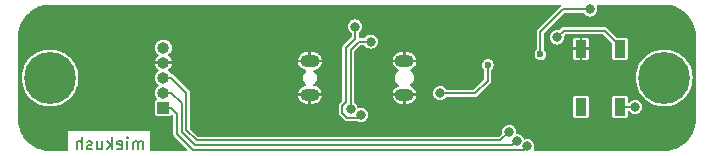
<source format=gbr>
%TF.GenerationSoftware,KiCad,Pcbnew,(7.0.0)*%
%TF.CreationDate,2023-05-29T13:22:43-05:00*%
%TF.ProjectId,rp2040-radar-presense-sensor,72703230-3430-42d7-9261-6461722d7072,rev?*%
%TF.SameCoordinates,Original*%
%TF.FileFunction,Copper,L2,Bot*%
%TF.FilePolarity,Positive*%
%FSLAX46Y46*%
G04 Gerber Fmt 4.6, Leading zero omitted, Abs format (unit mm)*
G04 Created by KiCad (PCBNEW (7.0.0)) date 2023-05-29 13:22:43*
%MOMM*%
%LPD*%
G01*
G04 APERTURE LIST*
%ADD10C,0.150000*%
%TA.AperFunction,NonConductor*%
%ADD11C,0.150000*%
%TD*%
%TA.AperFunction,ComponentPad*%
%ADD12C,4.400000*%
%TD*%
%TA.AperFunction,ComponentPad*%
%ADD13C,0.600000*%
%TD*%
%TA.AperFunction,ComponentPad*%
%ADD14O,1.600000X1.100000*%
%TD*%
%TA.AperFunction,SMDPad,CuDef*%
%ADD15R,0.900000X1.500000*%
%TD*%
%TA.AperFunction,ComponentPad*%
%ADD16R,1.000000X1.000000*%
%TD*%
%TA.AperFunction,ComponentPad*%
%ADD17O,1.000000X1.000000*%
%TD*%
%TA.AperFunction,ViaPad*%
%ADD18C,0.800000*%
%TD*%
%TA.AperFunction,ViaPad*%
%ADD19C,0.600000*%
%TD*%
%TA.AperFunction,Conductor*%
%ADD20C,0.200000*%
%TD*%
G04 APERTURE END LIST*
D10*
D11*
X81880104Y-106030580D02*
X81880104Y-105363914D01*
X81880104Y-105459152D02*
X81832485Y-105411533D01*
X81832485Y-105411533D02*
X81737247Y-105363914D01*
X81737247Y-105363914D02*
X81594390Y-105363914D01*
X81594390Y-105363914D02*
X81499152Y-105411533D01*
X81499152Y-105411533D02*
X81451533Y-105506771D01*
X81451533Y-105506771D02*
X81451533Y-106030580D01*
X81451533Y-105506771D02*
X81403914Y-105411533D01*
X81403914Y-105411533D02*
X81308676Y-105363914D01*
X81308676Y-105363914D02*
X81165819Y-105363914D01*
X81165819Y-105363914D02*
X81070580Y-105411533D01*
X81070580Y-105411533D02*
X81022961Y-105506771D01*
X81022961Y-105506771D02*
X81022961Y-106030580D01*
X80546771Y-106030580D02*
X80546771Y-105363914D01*
X80546771Y-105030580D02*
X80594390Y-105078200D01*
X80594390Y-105078200D02*
X80546771Y-105125819D01*
X80546771Y-105125819D02*
X80499152Y-105078200D01*
X80499152Y-105078200D02*
X80546771Y-105030580D01*
X80546771Y-105030580D02*
X80546771Y-105125819D01*
X79689629Y-105982961D02*
X79784867Y-106030580D01*
X79784867Y-106030580D02*
X79975343Y-106030580D01*
X79975343Y-106030580D02*
X80070581Y-105982961D01*
X80070581Y-105982961D02*
X80118200Y-105887723D01*
X80118200Y-105887723D02*
X80118200Y-105506771D01*
X80118200Y-105506771D02*
X80070581Y-105411533D01*
X80070581Y-105411533D02*
X79975343Y-105363914D01*
X79975343Y-105363914D02*
X79784867Y-105363914D01*
X79784867Y-105363914D02*
X79689629Y-105411533D01*
X79689629Y-105411533D02*
X79642010Y-105506771D01*
X79642010Y-105506771D02*
X79642010Y-105602009D01*
X79642010Y-105602009D02*
X80118200Y-105697247D01*
X79213438Y-106030580D02*
X79213438Y-105030580D01*
X79118200Y-105649628D02*
X78832486Y-106030580D01*
X78832486Y-105363914D02*
X79213438Y-105744866D01*
X77975343Y-105363914D02*
X77975343Y-106030580D01*
X78403914Y-105363914D02*
X78403914Y-105887723D01*
X78403914Y-105887723D02*
X78356295Y-105982961D01*
X78356295Y-105982961D02*
X78261057Y-106030580D01*
X78261057Y-106030580D02*
X78118200Y-106030580D01*
X78118200Y-106030580D02*
X78022962Y-105982961D01*
X78022962Y-105982961D02*
X77975343Y-105935342D01*
X77546771Y-105982961D02*
X77451533Y-106030580D01*
X77451533Y-106030580D02*
X77261057Y-106030580D01*
X77261057Y-106030580D02*
X77165819Y-105982961D01*
X77165819Y-105982961D02*
X77118200Y-105887723D01*
X77118200Y-105887723D02*
X77118200Y-105840104D01*
X77118200Y-105840104D02*
X77165819Y-105744866D01*
X77165819Y-105744866D02*
X77261057Y-105697247D01*
X77261057Y-105697247D02*
X77403914Y-105697247D01*
X77403914Y-105697247D02*
X77499152Y-105649628D01*
X77499152Y-105649628D02*
X77546771Y-105554390D01*
X77546771Y-105554390D02*
X77546771Y-105506771D01*
X77546771Y-105506771D02*
X77499152Y-105411533D01*
X77499152Y-105411533D02*
X77403914Y-105363914D01*
X77403914Y-105363914D02*
X77261057Y-105363914D01*
X77261057Y-105363914D02*
X77165819Y-105411533D01*
X76689628Y-106030580D02*
X76689628Y-105030580D01*
X76261057Y-106030580D02*
X76261057Y-105506771D01*
X76261057Y-105506771D02*
X76308676Y-105411533D01*
X76308676Y-105411533D02*
X76403914Y-105363914D01*
X76403914Y-105363914D02*
X76546771Y-105363914D01*
X76546771Y-105363914D02*
X76642009Y-105411533D01*
X76642009Y-105411533D02*
X76689628Y-105459152D01*
D12*
%TO.P,H1,1,1*%
%TO.N,unconnected-(H1-Pad1)*%
X74000000Y-100000000D03*
%TD*%
%TO.P,H2,1,1*%
%TO.N,unconnected-(H2-Pad1)*%
X126000000Y-100000000D03*
%TD*%
D13*
%TO.P,U3,57,GND*%
%TO.N,GND*%
X112225000Y-101275000D03*
X113500000Y-101275000D03*
X114775000Y-101275000D03*
X112225000Y-100000000D03*
X113500000Y-100000000D03*
X114775000Y-100000000D03*
X112225000Y-98725000D03*
X113500000Y-98725000D03*
X114775000Y-98725000D03*
%TD*%
D14*
%TO.P,J2,S1,SHIELD*%
%TO.N,GND*%
X95999999Y-98569999D03*
%TO.P,J2,S2,SHIELD*%
X103999999Y-98569999D03*
%TO.P,J2,S3,SHIELD*%
X95999999Y-101429999D03*
%TO.P,J2,S4,SHIELD*%
X103999999Y-101429999D03*
%TD*%
D15*
%TO.P,D2,1,VDD*%
%TO.N,+3V3*%
X122249999Y-102449999D03*
%TO.P,D2,2,DOUT*%
%TO.N,unconnected-(D2-DOUT-Pad2)*%
X118949999Y-102449999D03*
%TO.P,D2,3,VSS*%
%TO.N,GND*%
X118949999Y-97549999D03*
%TO.P,D2,4,DIN*%
%TO.N,RGB_DIN*%
X122249999Y-97549999D03*
%TD*%
D16*
%TO.P,J1,1,Pin_1*%
%TO.N,PRS_OUT*%
X83599999Y-102539999D03*
D17*
%TO.P,J1,2,Pin_2*%
%TO.N,UART_RX*%
X83599999Y-101269999D03*
%TO.P,J1,3,Pin_3*%
%TO.N,UART_TX*%
X83599999Y-99999999D03*
%TO.P,J1,4,Pin_4*%
%TO.N,GND*%
X83599999Y-98729999D03*
%TO.P,J1,5,Pin_5*%
%TO.N,VBUS*%
X83599999Y-97459999D03*
%TD*%
D18*
%TO.N,RGB_DIN*%
X116941600Y-96570800D03*
%TO.N,GND*%
X110192300Y-103733600D03*
X79200000Y-102006400D03*
X105105200Y-95097600D03*
X102750000Y-100000000D03*
X79200000Y-96012000D03*
X92557600Y-98298000D03*
X87477600Y-103911400D03*
X112725200Y-95097600D03*
X87284600Y-96418400D03*
X105054400Y-103073200D03*
X118008400Y-95097600D03*
X122377200Y-104902000D03*
X97250000Y-100000000D03*
X122377200Y-95097600D03*
X105105200Y-99415600D03*
X122377200Y-96200498D03*
X95046800Y-95022100D03*
X117043200Y-103530400D03*
X117805200Y-104902000D03*
X105105200Y-96618835D03*
X79200000Y-103987600D03*
X79200000Y-97993200D03*
X105112510Y-100434692D03*
X118845922Y-100278522D03*
X89483400Y-96433600D03*
%TO.N,+3V3*%
X123545600Y-102450000D03*
D19*
%TO.N,+1V1*%
X111048800Y-98907600D03*
D18*
X107031750Y-101299050D03*
X119735600Y-94199500D03*
D19*
X115519200Y-97999500D03*
D18*
%TO.N,PRS_OUT*%
X114399875Y-105790440D03*
%TO.N,UART_RX*%
X113507128Y-105331117D03*
%TO.N,UART_TX*%
X112869786Y-104561182D03*
%TO.N,USB_D+*%
X99822000Y-95656400D03*
X100330000Y-103124000D03*
%TO.N,USB_D-*%
X101142800Y-96926400D03*
X99445916Y-102657741D03*
%TD*%
D20*
%TO.N,RGB_DIN*%
X117500400Y-96012000D02*
X116941600Y-96570800D01*
X122250000Y-97307200D02*
X120954800Y-96012000D01*
X120954800Y-96012000D02*
X117500400Y-96012000D01*
X122250000Y-97550000D02*
X122250000Y-97307200D01*
%TO.N,+3V3*%
X122250000Y-102450000D02*
X123545600Y-102450000D01*
%TO.N,+1V1*%
X115519200Y-96113600D02*
X115519200Y-97999500D01*
X107031750Y-101299050D02*
X109978150Y-101299050D01*
X109978150Y-101299050D02*
X111048800Y-100228400D01*
X117433300Y-94199500D02*
X115519200Y-96113600D01*
X119735600Y-94199500D02*
X117433300Y-94199500D01*
X111048800Y-100228400D02*
X111048800Y-98907600D01*
%TO.N,PRS_OUT*%
X84740800Y-103028800D02*
X84740800Y-104756000D01*
X84252000Y-102540000D02*
X84740800Y-103028800D01*
X86084800Y-106100000D02*
X114090315Y-106100000D01*
X114090315Y-106100000D02*
X114399875Y-105790440D01*
X83600000Y-102540000D02*
X84252000Y-102540000D01*
X84740800Y-104756000D02*
X86084800Y-106100000D01*
%TO.N,UART_RX*%
X85140800Y-102158800D02*
X85140800Y-104590314D01*
X86250486Y-105700000D02*
X113138245Y-105700000D01*
X83600000Y-101270000D02*
X84252000Y-101270000D01*
X84252000Y-101270000D02*
X85140800Y-102158800D01*
X113138245Y-105700000D02*
X113507128Y-105331117D01*
X85140800Y-104590314D02*
X86250486Y-105700000D01*
%TO.N,UART_TX*%
X85540800Y-104424628D02*
X86416172Y-105300000D01*
X84277400Y-100000000D02*
X85540800Y-101263400D01*
X85540800Y-101263400D02*
X85540800Y-104424628D01*
X83600000Y-100000000D02*
X84277400Y-100000000D01*
X112130968Y-105300000D02*
X112869786Y-104561182D01*
X86416172Y-105300000D02*
X112130968Y-105300000D01*
%TO.N,USB_D+*%
X98745916Y-102367791D02*
X98745916Y-102947691D01*
X99045916Y-97448484D02*
X99045916Y-102067791D01*
X99045916Y-102067791D02*
X98745916Y-102367791D01*
X99822000Y-95656400D02*
X99822000Y-96672400D01*
X99155966Y-103357741D02*
X100096259Y-103357741D01*
X99822000Y-96672400D02*
X99045916Y-97448484D01*
X98745916Y-102947691D02*
X99155966Y-103357741D01*
X100096259Y-103357741D02*
X100330000Y-103124000D01*
%TO.N,USB_D-*%
X99445916Y-97614170D02*
X100133686Y-96926400D01*
X100133686Y-96926400D02*
X101142800Y-96926400D01*
X99445916Y-102657741D02*
X99445916Y-97614170D01*
%TD*%
%TA.AperFunction,Conductor*%
%TO.N,GND*%
G36*
X117220109Y-93817825D02*
G01*
X117256475Y-93863736D01*
X117260532Y-93922164D01*
X117232016Y-93970690D01*
X117227348Y-93973581D01*
X117221822Y-93980898D01*
X117221818Y-93980902D01*
X117210206Y-93996278D01*
X117201209Y-94006618D01*
X115344331Y-95863496D01*
X115340341Y-95866967D01*
X115334972Y-95869642D01*
X115328795Y-95876417D01*
X115328793Y-95876419D01*
X115303341Y-95904337D01*
X115300190Y-95907637D01*
X115290263Y-95917564D01*
X115290254Y-95917574D01*
X115287026Y-95920803D01*
X115284440Y-95924575D01*
X115281521Y-95928092D01*
X115281378Y-95927973D01*
X115278457Y-95931633D01*
X115265461Y-95945890D01*
X115265459Y-95945892D01*
X115259284Y-95952667D01*
X115255972Y-95961213D01*
X115255970Y-95961218D01*
X115255729Y-95961841D01*
X115245098Y-95982009D01*
X115244730Y-95982546D01*
X115244727Y-95982550D01*
X115239544Y-95990119D01*
X115237444Y-95999046D01*
X115237442Y-95999051D01*
X115233030Y-96017807D01*
X115228977Y-96030895D01*
X115222013Y-96048871D01*
X115222011Y-96048878D01*
X115218700Y-96057427D01*
X115218700Y-96066599D01*
X115218700Y-96067252D01*
X115216070Y-96089918D01*
X115215921Y-96090550D01*
X115215920Y-96090553D01*
X115213821Y-96099481D01*
X115215087Y-96108563D01*
X115215088Y-96108563D01*
X115217751Y-96127653D01*
X115218700Y-96141331D01*
X115218700Y-97546939D01*
X115209755Y-97588063D01*
X115187923Y-97617228D01*
X115188072Y-97617357D01*
X115186272Y-97619433D01*
X115186264Y-97619442D01*
X115183439Y-97622702D01*
X115183435Y-97622707D01*
X115098463Y-97720771D01*
X115098460Y-97720775D01*
X115093823Y-97726127D01*
X115090880Y-97732570D01*
X115090878Y-97732574D01*
X115036978Y-97850597D01*
X115036976Y-97850602D01*
X115034035Y-97857043D01*
X115033027Y-97864051D01*
X115033026Y-97864056D01*
X115018127Y-97967684D01*
X115013553Y-97999500D01*
X115014561Y-98006511D01*
X115033026Y-98134943D01*
X115033027Y-98134946D01*
X115034035Y-98141957D01*
X115036977Y-98148399D01*
X115036978Y-98148402D01*
X115059511Y-98197742D01*
X115093823Y-98272873D01*
X115188072Y-98381643D01*
X115194026Y-98385469D01*
X115194028Y-98385471D01*
X115281677Y-98441799D01*
X115309147Y-98459453D01*
X115447239Y-98500000D01*
X115584083Y-98500000D01*
X115591161Y-98500000D01*
X115729253Y-98459453D01*
X115850328Y-98381643D01*
X115908213Y-98314840D01*
X118300000Y-98314840D01*
X118300947Y-98324461D01*
X118309701Y-98368473D01*
X118317020Y-98386142D01*
X118350389Y-98436082D01*
X118363917Y-98449610D01*
X118413857Y-98482979D01*
X118431526Y-98490298D01*
X118475538Y-98499052D01*
X118485160Y-98500000D01*
X118811967Y-98500000D01*
X118822245Y-98497245D01*
X118825000Y-98486967D01*
X119075000Y-98486967D01*
X119077754Y-98497245D01*
X119088033Y-98500000D01*
X119414840Y-98500000D01*
X119424461Y-98499052D01*
X119468473Y-98490298D01*
X119486142Y-98482979D01*
X119536082Y-98449610D01*
X119549610Y-98436082D01*
X119582979Y-98386142D01*
X119590298Y-98368473D01*
X119599052Y-98324461D01*
X119600000Y-98314840D01*
X119600000Y-97688033D01*
X119597245Y-97677754D01*
X119586967Y-97675000D01*
X119088033Y-97675000D01*
X119077754Y-97677754D01*
X119075000Y-97688033D01*
X119075000Y-98486967D01*
X118825000Y-98486967D01*
X118825000Y-97688033D01*
X118822245Y-97677754D01*
X118811967Y-97675000D01*
X118313033Y-97675000D01*
X118302754Y-97677754D01*
X118300000Y-97688033D01*
X118300000Y-98314840D01*
X115908213Y-98314840D01*
X115944577Y-98272873D01*
X116004365Y-98141957D01*
X116024847Y-97999500D01*
X116004365Y-97857043D01*
X115944577Y-97726127D01*
X115850328Y-97617357D01*
X115850476Y-97617228D01*
X115828645Y-97588063D01*
X115819700Y-97546939D01*
X115819700Y-97411967D01*
X118300000Y-97411967D01*
X118302754Y-97422245D01*
X118313033Y-97425000D01*
X118811967Y-97425000D01*
X118822245Y-97422245D01*
X118825000Y-97411967D01*
X119075000Y-97411967D01*
X119077754Y-97422245D01*
X119088033Y-97425000D01*
X119586967Y-97425000D01*
X119597245Y-97422245D01*
X119600000Y-97411967D01*
X119600000Y-96785160D01*
X119599052Y-96775538D01*
X119590298Y-96731526D01*
X119582979Y-96713857D01*
X119549610Y-96663917D01*
X119536082Y-96650389D01*
X119486142Y-96617020D01*
X119468473Y-96609701D01*
X119424461Y-96600947D01*
X119414840Y-96600000D01*
X119088033Y-96600000D01*
X119077754Y-96602754D01*
X119075000Y-96613033D01*
X119075000Y-97411967D01*
X118825000Y-97411967D01*
X118825000Y-96613033D01*
X118822245Y-96602754D01*
X118811967Y-96600000D01*
X118485160Y-96600000D01*
X118475538Y-96600947D01*
X118431526Y-96609701D01*
X118413857Y-96617020D01*
X118363917Y-96650389D01*
X118350389Y-96663917D01*
X118317020Y-96713857D01*
X118309701Y-96731526D01*
X118300947Y-96775538D01*
X118300000Y-96785160D01*
X118300000Y-97411967D01*
X115819700Y-97411967D01*
X115819700Y-96570800D01*
X116335918Y-96570800D01*
X116336765Y-96577234D01*
X116355708Y-96721126D01*
X116355709Y-96721131D01*
X116356556Y-96727562D01*
X116359039Y-96733558D01*
X116359040Y-96733559D01*
X116387800Y-96802993D01*
X116417064Y-96873641D01*
X116513318Y-96999082D01*
X116638759Y-97095336D01*
X116784838Y-97155844D01*
X116941600Y-97176482D01*
X117098362Y-97155844D01*
X117244441Y-97095336D01*
X117369882Y-96999082D01*
X117466136Y-96873641D01*
X117526644Y-96727562D01*
X117547282Y-96570800D01*
X117532631Y-96459514D01*
X117537038Y-96414771D01*
X117560778Y-96376592D01*
X117595878Y-96341493D01*
X117627994Y-96320036D01*
X117665879Y-96312500D01*
X120789321Y-96312500D01*
X120827207Y-96320036D01*
X120859325Y-96341496D01*
X121570504Y-97052675D01*
X121591964Y-97084793D01*
X121599500Y-97122679D01*
X121599500Y-98319748D01*
X121600446Y-98324506D01*
X121600447Y-98324511D01*
X121609192Y-98368473D01*
X121611133Y-98378231D01*
X121616550Y-98386338D01*
X121616551Y-98386340D01*
X121647039Y-98431967D01*
X121655448Y-98444552D01*
X121721769Y-98488867D01*
X121780252Y-98500500D01*
X122714890Y-98500500D01*
X122719748Y-98500500D01*
X122778231Y-98488867D01*
X122844552Y-98444552D01*
X122888867Y-98378231D01*
X122900500Y-98319748D01*
X122900500Y-96780252D01*
X122888867Y-96721769D01*
X122844552Y-96655448D01*
X122805800Y-96629554D01*
X122786340Y-96616551D01*
X122786338Y-96616550D01*
X122778231Y-96611133D01*
X122768667Y-96609230D01*
X122768666Y-96609230D01*
X122724511Y-96600447D01*
X122724506Y-96600446D01*
X122719748Y-96599500D01*
X122714890Y-96599500D01*
X122008280Y-96599500D01*
X121970394Y-96591964D01*
X121938276Y-96570504D01*
X121204902Y-95837131D01*
X121201432Y-95833143D01*
X121198758Y-95827772D01*
X121183938Y-95814262D01*
X121164074Y-95796153D01*
X121160766Y-95792995D01*
X121150829Y-95783058D01*
X121150828Y-95783057D01*
X121147597Y-95779826D01*
X121143823Y-95777240D01*
X121140305Y-95774319D01*
X121140433Y-95774164D01*
X121136761Y-95771253D01*
X121115733Y-95752084D01*
X121107180Y-95748770D01*
X121107178Y-95748769D01*
X121106565Y-95748532D01*
X121086386Y-95737895D01*
X121085852Y-95737529D01*
X121085847Y-95737527D01*
X121078281Y-95732344D01*
X121069353Y-95730244D01*
X121069351Y-95730243D01*
X121050596Y-95725832D01*
X121037503Y-95721777D01*
X121019526Y-95714813D01*
X121019523Y-95714812D01*
X121010973Y-95711500D01*
X121001802Y-95711500D01*
X121001148Y-95711500D01*
X120978482Y-95708870D01*
X120977849Y-95708721D01*
X120977846Y-95708720D01*
X120968919Y-95706621D01*
X120959836Y-95707888D01*
X120940747Y-95710551D01*
X120927069Y-95711500D01*
X117553607Y-95711500D01*
X117548328Y-95711133D01*
X117542636Y-95709226D01*
X117533472Y-95709649D01*
X117533468Y-95709649D01*
X117495738Y-95711394D01*
X117491166Y-95711500D01*
X117472556Y-95711500D01*
X117468067Y-95712338D01*
X117463503Y-95712761D01*
X117463485Y-95712567D01*
X117458833Y-95713099D01*
X117439575Y-95713989D01*
X117439569Y-95713990D01*
X117430409Y-95714414D01*
X117422020Y-95718117D01*
X117422011Y-95718120D01*
X117421404Y-95718389D01*
X117399627Y-95725132D01*
X117398991Y-95725250D01*
X117398980Y-95725253D01*
X117389967Y-95726939D01*
X117382169Y-95731767D01*
X117382164Y-95731769D01*
X117365782Y-95741912D01*
X117353661Y-95748301D01*
X117336026Y-95756088D01*
X117336022Y-95756090D01*
X117327635Y-95759794D01*
X117321152Y-95766276D01*
X117321144Y-95766282D01*
X117320678Y-95766749D01*
X117302813Y-95780899D01*
X117302252Y-95781246D01*
X117302243Y-95781254D01*
X117294448Y-95786081D01*
X117288924Y-95793395D01*
X117288917Y-95793402D01*
X117277306Y-95808778D01*
X117268309Y-95819118D01*
X117135808Y-95951619D01*
X117097627Y-95975361D01*
X117052882Y-95979768D01*
X116948034Y-95965965D01*
X116941600Y-95965118D01*
X116935166Y-95965965D01*
X116791273Y-95984908D01*
X116791266Y-95984909D01*
X116784838Y-95985756D01*
X116778843Y-95988239D01*
X116778840Y-95988240D01*
X116644754Y-96043780D01*
X116644749Y-96043782D01*
X116638759Y-96046264D01*
X116633615Y-96050211D01*
X116633610Y-96050214D01*
X116518471Y-96138563D01*
X116518466Y-96138567D01*
X116513318Y-96142518D01*
X116509367Y-96147666D01*
X116509363Y-96147671D01*
X116421014Y-96262810D01*
X116421011Y-96262815D01*
X116417064Y-96267959D01*
X116414582Y-96273949D01*
X116414580Y-96273954D01*
X116359962Y-96405814D01*
X116356556Y-96414038D01*
X116355709Y-96420466D01*
X116355708Y-96420473D01*
X116339576Y-96543016D01*
X116335918Y-96570800D01*
X115819700Y-96570800D01*
X115819700Y-96279079D01*
X115827236Y-96241193D01*
X115848696Y-96209075D01*
X117528775Y-94528996D01*
X117560893Y-94507536D01*
X117598779Y-94500000D01*
X119160446Y-94500000D01*
X119204232Y-94510210D01*
X119238987Y-94538731D01*
X119307318Y-94627782D01*
X119432759Y-94724036D01*
X119578838Y-94784544D01*
X119735600Y-94805182D01*
X119892362Y-94784544D01*
X120038441Y-94724036D01*
X120163882Y-94627782D01*
X120260136Y-94502341D01*
X120320644Y-94356262D01*
X120341282Y-94199500D01*
X120320644Y-94042738D01*
X120318160Y-94036741D01*
X120318159Y-94036737D01*
X120277006Y-93937385D01*
X120269947Y-93889796D01*
X120286155Y-93844498D01*
X120321802Y-93812190D01*
X120368470Y-93800500D01*
X125953042Y-93800500D01*
X125953568Y-93800539D01*
X125954433Y-93800814D01*
X125999245Y-93800511D01*
X126004778Y-93800631D01*
X126299110Y-93815311D01*
X126310227Y-93816499D01*
X126597452Y-93863736D01*
X126598212Y-93863861D01*
X126609140Y-93866300D01*
X126889928Y-93945876D01*
X126900507Y-93949533D01*
X127170514Y-94060307D01*
X127180601Y-94065130D01*
X127436373Y-94205686D01*
X127445862Y-94211623D01*
X127684123Y-94380162D01*
X127692884Y-94387135D01*
X127723874Y-94414802D01*
X127910590Y-94581500D01*
X127918503Y-94589413D01*
X128112864Y-94807115D01*
X128119837Y-94815876D01*
X128288376Y-95054137D01*
X128294315Y-95063630D01*
X128434866Y-95319391D01*
X128439695Y-95329493D01*
X128550465Y-95599490D01*
X128554123Y-95610073D01*
X128633699Y-95890859D01*
X128636138Y-95901787D01*
X128683499Y-96189763D01*
X128684688Y-96200897D01*
X128699367Y-96495186D01*
X128699488Y-96500786D01*
X128699186Y-96545567D01*
X128699460Y-96546430D01*
X128699500Y-96546958D01*
X128699500Y-103453042D01*
X128699460Y-103453569D01*
X128699186Y-103454433D01*
X128699203Y-103456980D01*
X128699203Y-103456983D01*
X128699488Y-103499213D01*
X128699367Y-103504813D01*
X128684688Y-103799102D01*
X128683499Y-103810236D01*
X128636138Y-104098212D01*
X128633699Y-104109140D01*
X128554123Y-104389926D01*
X128550465Y-104400509D01*
X128439695Y-104670506D01*
X128434866Y-104680608D01*
X128294315Y-104936369D01*
X128288376Y-104945862D01*
X128119837Y-105184123D01*
X128112864Y-105192884D01*
X127918503Y-105410586D01*
X127910586Y-105418503D01*
X127692884Y-105612864D01*
X127684123Y-105619837D01*
X127445862Y-105788376D01*
X127436369Y-105794315D01*
X127180608Y-105934866D01*
X127170506Y-105939695D01*
X126900509Y-106050465D01*
X126889926Y-106054123D01*
X126609140Y-106133699D01*
X126598212Y-106136138D01*
X126310236Y-106183499D01*
X126299102Y-106184688D01*
X126004813Y-106199367D01*
X125999213Y-106199488D01*
X125956983Y-106199203D01*
X125956980Y-106199203D01*
X125954433Y-106199186D01*
X125953569Y-106199460D01*
X125953042Y-106199500D01*
X115028578Y-106199500D01*
X114981910Y-106187810D01*
X114946263Y-106155502D01*
X114930055Y-106110204D01*
X114937114Y-106062614D01*
X114950417Y-106030496D01*
X114984919Y-105947202D01*
X115005557Y-105790440D01*
X114984919Y-105633678D01*
X114924411Y-105487599D01*
X114828157Y-105362158D01*
X114787703Y-105331117D01*
X114707864Y-105269854D01*
X114707863Y-105269853D01*
X114702716Y-105265904D01*
X114696722Y-105263421D01*
X114696720Y-105263420D01*
X114562634Y-105207880D01*
X114562633Y-105207879D01*
X114556637Y-105205396D01*
X114550206Y-105204549D01*
X114550201Y-105204548D01*
X114406309Y-105185605D01*
X114399875Y-105184758D01*
X114393441Y-105185605D01*
X114249544Y-105204549D01*
X114249541Y-105204549D01*
X114243113Y-105205396D01*
X114237124Y-105207876D01*
X114237119Y-105207878D01*
X114216712Y-105216331D01*
X114165905Y-105223019D01*
X114118561Y-105203407D01*
X114087365Y-105162751D01*
X114086572Y-105160837D01*
X114031664Y-105028276D01*
X113935410Y-104902835D01*
X113927095Y-104896455D01*
X113815117Y-104810531D01*
X113815116Y-104810530D01*
X113809969Y-104806581D01*
X113803975Y-104804098D01*
X113803973Y-104804097D01*
X113669887Y-104748557D01*
X113669886Y-104748556D01*
X113663890Y-104746073D01*
X113657457Y-104745226D01*
X113657453Y-104745225D01*
X113552904Y-104731461D01*
X113505558Y-104711850D01*
X113474362Y-104671193D01*
X113467673Y-104620388D01*
X113475468Y-104561182D01*
X113454830Y-104404420D01*
X113394322Y-104258341D01*
X113298068Y-104132900D01*
X113267103Y-104109140D01*
X113177775Y-104040596D01*
X113177774Y-104040595D01*
X113172627Y-104036646D01*
X113166633Y-104034163D01*
X113166631Y-104034162D01*
X113032545Y-103978622D01*
X113032544Y-103978621D01*
X113026548Y-103976138D01*
X113020117Y-103975291D01*
X113020112Y-103975290D01*
X112876220Y-103956347D01*
X112869786Y-103955500D01*
X112863352Y-103956347D01*
X112719459Y-103975290D01*
X112719452Y-103975291D01*
X112713024Y-103976138D01*
X112707029Y-103978621D01*
X112707026Y-103978622D01*
X112572940Y-104034162D01*
X112572935Y-104034164D01*
X112566945Y-104036646D01*
X112561801Y-104040593D01*
X112561796Y-104040596D01*
X112446657Y-104128945D01*
X112446652Y-104128949D01*
X112441504Y-104132900D01*
X112437553Y-104138048D01*
X112437549Y-104138053D01*
X112349200Y-104253192D01*
X112349197Y-104253197D01*
X112345250Y-104258341D01*
X112342768Y-104264331D01*
X112342766Y-104264336D01*
X112287226Y-104398422D01*
X112284742Y-104404420D01*
X112283895Y-104410848D01*
X112283894Y-104410855D01*
X112268230Y-104529843D01*
X112264104Y-104561182D01*
X112264951Y-104567614D01*
X112264951Y-104567616D01*
X112278754Y-104672464D01*
X112274347Y-104717208D01*
X112250605Y-104755389D01*
X112035494Y-104970503D01*
X112003376Y-104991964D01*
X111965490Y-104999500D01*
X86581651Y-104999500D01*
X86543765Y-104991964D01*
X86511647Y-104970504D01*
X85870296Y-104329153D01*
X85848836Y-104297035D01*
X85841300Y-104259149D01*
X85841300Y-102353672D01*
X98440537Y-102353672D01*
X98441803Y-102362754D01*
X98441804Y-102362754D01*
X98444467Y-102381844D01*
X98445416Y-102395522D01*
X98445416Y-102894493D01*
X98445050Y-102899765D01*
X98443143Y-102905456D01*
X98443566Y-102914618D01*
X98443566Y-102914623D01*
X98445310Y-102952333D01*
X98445416Y-102956905D01*
X98445416Y-102975535D01*
X98446258Y-102980042D01*
X98446680Y-102984590D01*
X98446482Y-102984608D01*
X98447017Y-102989267D01*
X98448331Y-103017683D01*
X98452301Y-103026675D01*
X98459048Y-103048463D01*
X98460855Y-103058124D01*
X98465682Y-103065921D01*
X98465683Y-103065922D01*
X98475827Y-103082306D01*
X98482216Y-103094427D01*
X98493710Y-103120456D01*
X98500194Y-103126940D01*
X98500659Y-103127405D01*
X98514824Y-103145289D01*
X98519997Y-103153643D01*
X98541103Y-103169581D01*
X98542688Y-103170778D01*
X98553032Y-103179778D01*
X98905862Y-103532608D01*
X98909333Y-103536597D01*
X98912008Y-103541969D01*
X98918784Y-103548146D01*
X98946690Y-103573586D01*
X98949998Y-103576744D01*
X98963169Y-103589915D01*
X98966939Y-103592498D01*
X98970462Y-103595423D01*
X98970328Y-103595584D01*
X98974005Y-103598487D01*
X98995033Y-103617657D01*
X99004192Y-103621205D01*
X99024382Y-103631846D01*
X99032485Y-103637397D01*
X99041413Y-103639496D01*
X99041416Y-103639498D01*
X99060173Y-103643910D01*
X99073271Y-103647966D01*
X99078412Y-103649958D01*
X99099793Y-103658241D01*
X99109618Y-103658241D01*
X99132284Y-103660871D01*
X99132604Y-103660945D01*
X99141847Y-103663120D01*
X99170019Y-103659189D01*
X99183697Y-103658241D01*
X100030897Y-103658241D01*
X100068783Y-103665777D01*
X100173238Y-103709044D01*
X100330000Y-103729682D01*
X100486762Y-103709044D01*
X100632841Y-103648536D01*
X100758282Y-103552282D01*
X100854536Y-103426841D01*
X100915044Y-103280762D01*
X100923077Y-103219748D01*
X118299500Y-103219748D01*
X118300446Y-103224506D01*
X118300447Y-103224511D01*
X118309230Y-103268666D01*
X118311133Y-103278231D01*
X118355448Y-103344552D01*
X118421769Y-103388867D01*
X118480252Y-103400500D01*
X119414890Y-103400500D01*
X119419748Y-103400500D01*
X119478231Y-103388867D01*
X119544552Y-103344552D01*
X119588867Y-103278231D01*
X119600500Y-103219748D01*
X121599500Y-103219748D01*
X121600446Y-103224506D01*
X121600447Y-103224511D01*
X121609230Y-103268666D01*
X121611133Y-103278231D01*
X121655448Y-103344552D01*
X121721769Y-103388867D01*
X121780252Y-103400500D01*
X122714890Y-103400500D01*
X122719748Y-103400500D01*
X122778231Y-103388867D01*
X122844552Y-103344552D01*
X122888867Y-103278231D01*
X122900500Y-103219748D01*
X122900500Y-102887363D01*
X122919028Y-102829698D01*
X122967678Y-102793617D01*
X123028239Y-102792626D01*
X123078041Y-102827095D01*
X123117318Y-102878282D01*
X123242759Y-102974536D01*
X123388838Y-103035044D01*
X123545600Y-103055682D01*
X123702362Y-103035044D01*
X123848441Y-102974536D01*
X123973882Y-102878282D01*
X124070136Y-102752841D01*
X124130644Y-102606762D01*
X124151282Y-102450000D01*
X124130644Y-102293238D01*
X124070136Y-102147159D01*
X123973882Y-102021718D01*
X123965765Y-102015490D01*
X123853589Y-101929414D01*
X123853588Y-101929413D01*
X123848441Y-101925464D01*
X123842447Y-101922981D01*
X123842445Y-101922980D01*
X123708359Y-101867440D01*
X123708358Y-101867439D01*
X123702362Y-101864956D01*
X123695931Y-101864109D01*
X123695926Y-101864108D01*
X123552034Y-101845165D01*
X123545600Y-101844318D01*
X123539166Y-101845165D01*
X123395273Y-101864108D01*
X123395266Y-101864109D01*
X123388838Y-101864956D01*
X123382843Y-101867439D01*
X123382840Y-101867440D01*
X123248754Y-101922980D01*
X123248749Y-101922982D01*
X123242759Y-101925464D01*
X123237615Y-101929411D01*
X123237610Y-101929414D01*
X123122471Y-102017763D01*
X123122466Y-102017767D01*
X123117318Y-102021718D01*
X123113367Y-102026866D01*
X123113364Y-102026870D01*
X123090111Y-102057175D01*
X123080039Y-102070302D01*
X123078042Y-102072904D01*
X123028239Y-102107374D01*
X122967678Y-102106383D01*
X122919028Y-102070302D01*
X122900500Y-102012637D01*
X122900500Y-101685110D01*
X122900500Y-101680252D01*
X122888867Y-101621769D01*
X122874020Y-101599550D01*
X122849971Y-101563558D01*
X122844552Y-101555448D01*
X122827888Y-101544313D01*
X122786340Y-101516551D01*
X122786338Y-101516550D01*
X122778231Y-101511133D01*
X122768667Y-101509230D01*
X122768666Y-101509230D01*
X122724511Y-101500447D01*
X122724506Y-101500446D01*
X122719748Y-101499500D01*
X121780252Y-101499500D01*
X121775494Y-101500446D01*
X121775488Y-101500447D01*
X121731333Y-101509230D01*
X121731330Y-101509231D01*
X121721769Y-101511133D01*
X121713663Y-101516549D01*
X121713659Y-101516551D01*
X121663558Y-101550028D01*
X121663555Y-101550030D01*
X121655448Y-101555448D01*
X121650030Y-101563555D01*
X121650028Y-101563558D01*
X121616551Y-101613659D01*
X121616549Y-101613663D01*
X121611133Y-101621769D01*
X121609231Y-101631330D01*
X121609230Y-101631333D01*
X121600447Y-101675488D01*
X121600446Y-101675494D01*
X121599500Y-101680252D01*
X121599500Y-103219748D01*
X119600500Y-103219748D01*
X119600500Y-101680252D01*
X119588867Y-101621769D01*
X119574020Y-101599550D01*
X119549971Y-101563558D01*
X119544552Y-101555448D01*
X119527888Y-101544313D01*
X119486340Y-101516551D01*
X119486338Y-101516550D01*
X119478231Y-101511133D01*
X119468667Y-101509230D01*
X119468666Y-101509230D01*
X119424511Y-101500447D01*
X119424506Y-101500446D01*
X119419748Y-101499500D01*
X118480252Y-101499500D01*
X118475494Y-101500446D01*
X118475488Y-101500447D01*
X118431333Y-101509230D01*
X118431330Y-101509231D01*
X118421769Y-101511133D01*
X118413663Y-101516549D01*
X118413659Y-101516551D01*
X118363558Y-101550028D01*
X118363555Y-101550030D01*
X118355448Y-101555448D01*
X118350030Y-101563555D01*
X118350028Y-101563558D01*
X118316551Y-101613659D01*
X118316549Y-101613663D01*
X118311133Y-101621769D01*
X118309231Y-101631330D01*
X118309230Y-101631333D01*
X118300447Y-101675488D01*
X118300446Y-101675494D01*
X118299500Y-101680252D01*
X118299500Y-103219748D01*
X100923077Y-103219748D01*
X100935682Y-103124000D01*
X100915044Y-102967238D01*
X100854536Y-102821159D01*
X100758282Y-102695718D01*
X100650167Y-102612759D01*
X100637989Y-102603414D01*
X100637988Y-102603413D01*
X100632841Y-102599464D01*
X100626847Y-102596981D01*
X100626845Y-102596980D01*
X100492759Y-102541440D01*
X100492758Y-102541439D01*
X100486762Y-102538956D01*
X100480331Y-102538109D01*
X100480326Y-102538108D01*
X100336434Y-102519165D01*
X100330000Y-102518318D01*
X100323566Y-102519165D01*
X100179669Y-102538109D01*
X100179666Y-102538109D01*
X100173238Y-102538956D01*
X100167249Y-102541436D01*
X100167244Y-102541438D01*
X100156682Y-102545813D01*
X100105875Y-102552500D01*
X100058532Y-102532888D01*
X100027337Y-102492233D01*
X99972935Y-102360894D01*
X99972934Y-102360892D01*
X99970452Y-102354900D01*
X99874198Y-102229459D01*
X99785147Y-102161128D01*
X99756626Y-102126373D01*
X99746416Y-102082587D01*
X99746416Y-101569279D01*
X103012988Y-101569279D01*
X103025614Y-101640884D01*
X103028901Y-101651865D01*
X103093774Y-101802257D01*
X103099502Y-101812178D01*
X103197312Y-101943559D01*
X103205174Y-101951892D01*
X103330645Y-102057175D01*
X103340212Y-102063468D01*
X103486590Y-102136982D01*
X103497343Y-102140896D01*
X103656729Y-102178670D01*
X103668104Y-102180000D01*
X103861967Y-102180000D01*
X103872245Y-102177245D01*
X103875000Y-102166967D01*
X104125000Y-102166967D01*
X104127754Y-102177245D01*
X104138033Y-102180000D01*
X104290800Y-102180000D01*
X104296545Y-102179665D01*
X104418410Y-102165421D01*
X104429558Y-102162779D01*
X104583475Y-102106758D01*
X104593709Y-102101618D01*
X104730553Y-102011614D01*
X104739330Y-102004250D01*
X104851732Y-101885110D01*
X104858568Y-101875928D01*
X104940467Y-101734074D01*
X104945003Y-101723558D01*
X104991979Y-101566647D01*
X104992349Y-101564553D01*
X104990909Y-101557906D01*
X104980469Y-101555000D01*
X104138033Y-101555000D01*
X104127754Y-101557754D01*
X104125000Y-101568033D01*
X104125000Y-102166967D01*
X103875000Y-102166967D01*
X103875000Y-101568033D01*
X103872245Y-101557754D01*
X103861967Y-101555000D01*
X103024973Y-101555000D01*
X103014283Y-101558200D01*
X103012988Y-101569279D01*
X99746416Y-101569279D01*
X99746416Y-101295446D01*
X103007650Y-101295446D01*
X103009090Y-101302093D01*
X103019531Y-101305000D01*
X104975027Y-101305000D01*
X104985716Y-101301799D01*
X104986037Y-101299050D01*
X106426068Y-101299050D01*
X106426915Y-101305484D01*
X106445858Y-101449376D01*
X106445859Y-101449381D01*
X106446706Y-101455812D01*
X106449189Y-101461808D01*
X106449190Y-101461809D01*
X106503502Y-101592931D01*
X106507214Y-101601891D01*
X106511163Y-101607038D01*
X106511164Y-101607039D01*
X106543079Y-101648632D01*
X106603468Y-101727332D01*
X106728909Y-101823586D01*
X106874988Y-101884094D01*
X106961231Y-101895448D01*
X107022832Y-101903558D01*
X107031750Y-101904732D01*
X107040668Y-101903558D01*
X107102269Y-101895448D01*
X107188512Y-101884094D01*
X107334591Y-101823586D01*
X107460032Y-101727332D01*
X107528362Y-101638281D01*
X107563118Y-101609760D01*
X107606904Y-101599550D01*
X109924952Y-101599550D01*
X109930224Y-101599915D01*
X109935915Y-101601823D01*
X109982791Y-101599656D01*
X109987364Y-101599550D01*
X110001415Y-101599550D01*
X110005994Y-101599550D01*
X110010494Y-101598708D01*
X110015057Y-101598285D01*
X110015076Y-101598496D01*
X110019722Y-101597948D01*
X110048142Y-101596635D01*
X110057130Y-101592665D01*
X110078928Y-101585915D01*
X110088583Y-101584111D01*
X110112767Y-101569136D01*
X110124888Y-101562748D01*
X110136198Y-101557754D01*
X110150915Y-101551256D01*
X110157863Y-101544307D01*
X110175746Y-101530142D01*
X110184102Y-101524969D01*
X110201246Y-101502265D01*
X110210232Y-101491937D01*
X111223674Y-100478495D01*
X111227653Y-100475033D01*
X111233028Y-100472358D01*
X111264678Y-100437638D01*
X111267796Y-100434373D01*
X111280974Y-100421197D01*
X111283562Y-100417417D01*
X111286488Y-100413895D01*
X111286658Y-100414036D01*
X111289549Y-100410357D01*
X111308716Y-100389333D01*
X111312263Y-100380174D01*
X111322907Y-100359981D01*
X111328457Y-100351880D01*
X111334971Y-100324182D01*
X111339018Y-100311112D01*
X111349300Y-100284573D01*
X111349300Y-100274747D01*
X111351930Y-100252081D01*
X111354179Y-100242519D01*
X111350248Y-100214346D01*
X111349300Y-100200669D01*
X111349300Y-100000000D01*
X123594754Y-100000000D01*
X123594949Y-100003099D01*
X123613195Y-100293121D01*
X123613720Y-100301457D01*
X123614302Y-100304511D01*
X123614304Y-100304522D01*
X123669736Y-100595106D01*
X123670319Y-100598160D01*
X123671276Y-100601106D01*
X123671277Y-100601109D01*
X123762696Y-100882468D01*
X123762699Y-100882476D01*
X123763659Y-100885430D01*
X123892267Y-101158736D01*
X123893932Y-101161360D01*
X123893935Y-101161365D01*
X124052444Y-101411135D01*
X124054115Y-101413768D01*
X124056100Y-101416167D01*
X124244669Y-101644109D01*
X124244674Y-101644115D01*
X124246651Y-101646504D01*
X124373750Y-101765858D01*
X124458202Y-101845165D01*
X124466838Y-101853274D01*
X124537664Y-101904732D01*
X124705773Y-102026870D01*
X124711205Y-102030816D01*
X124975896Y-102176332D01*
X125256738Y-102287525D01*
X125549302Y-102362642D01*
X125848973Y-102400500D01*
X126147922Y-102400500D01*
X126151027Y-102400500D01*
X126450698Y-102362642D01*
X126743262Y-102287525D01*
X127024104Y-102176332D01*
X127288795Y-102030816D01*
X127533162Y-101853274D01*
X127753349Y-101646504D01*
X127945885Y-101413768D01*
X128107733Y-101158736D01*
X128236341Y-100885430D01*
X128329681Y-100598160D01*
X128386280Y-100301457D01*
X128405246Y-100000000D01*
X128386280Y-99698543D01*
X128329681Y-99401840D01*
X128236341Y-99114570D01*
X128107733Y-98841264D01*
X127945885Y-98586232D01*
X127833160Y-98449971D01*
X127755330Y-98355890D01*
X127755325Y-98355885D01*
X127753349Y-98353496D01*
X127617912Y-98226312D01*
X127535435Y-98148860D01*
X127535430Y-98148856D01*
X127533162Y-98146726D01*
X127424514Y-98067789D01*
X127291309Y-97971010D01*
X127291303Y-97971006D01*
X127288795Y-97969184D01*
X127220983Y-97931904D01*
X127088560Y-97859103D01*
X127024104Y-97823668D01*
X127021223Y-97822527D01*
X127021216Y-97822524D01*
X126746151Y-97713619D01*
X126746153Y-97713619D01*
X126743262Y-97712475D01*
X126740259Y-97711704D01*
X126740253Y-97711702D01*
X126453705Y-97638130D01*
X126453704Y-97638129D01*
X126450698Y-97637358D01*
X126447617Y-97636968D01*
X126447613Y-97636968D01*
X126154110Y-97599889D01*
X126154102Y-97599888D01*
X126151027Y-97599500D01*
X125848973Y-97599500D01*
X125845898Y-97599888D01*
X125845889Y-97599889D01*
X125552386Y-97636968D01*
X125552379Y-97636969D01*
X125549302Y-97637358D01*
X125546298Y-97638129D01*
X125546294Y-97638130D01*
X125259746Y-97711702D01*
X125259735Y-97711705D01*
X125256738Y-97712475D01*
X125253851Y-97713617D01*
X125253848Y-97713619D01*
X124978783Y-97822524D01*
X124978770Y-97822530D01*
X124975896Y-97823668D01*
X124973179Y-97825161D01*
X124973174Y-97825164D01*
X124713932Y-97967684D01*
X124713922Y-97967690D01*
X124711205Y-97969184D01*
X124708703Y-97971001D01*
X124708690Y-97971010D01*
X124469357Y-98144895D01*
X124469348Y-98144901D01*
X124466838Y-98146726D01*
X124464576Y-98148849D01*
X124464564Y-98148860D01*
X124252361Y-98348134D01*
X124246651Y-98353496D01*
X124244681Y-98355876D01*
X124244669Y-98355890D01*
X124056100Y-98583832D01*
X124054115Y-98586232D01*
X124052449Y-98588856D01*
X124052444Y-98588864D01*
X123893935Y-98838634D01*
X123893928Y-98838646D01*
X123892267Y-98841264D01*
X123890944Y-98844074D01*
X123890942Y-98844079D01*
X123778252Y-99083559D01*
X123763659Y-99114570D01*
X123762701Y-99117518D01*
X123762696Y-99117531D01*
X123671277Y-99398890D01*
X123671275Y-99398897D01*
X123670319Y-99401840D01*
X123669738Y-99404883D01*
X123669736Y-99404893D01*
X123614304Y-99695477D01*
X123614302Y-99695490D01*
X123613720Y-99698543D01*
X123613524Y-99701645D01*
X123613524Y-99701652D01*
X123605942Y-99822175D01*
X123594754Y-100000000D01*
X111349300Y-100000000D01*
X111349300Y-99360161D01*
X111358245Y-99319037D01*
X111380076Y-99289871D01*
X111379928Y-99289743D01*
X111379927Y-99289743D01*
X111474177Y-99180973D01*
X111533965Y-99050057D01*
X111554447Y-98907600D01*
X111533965Y-98765143D01*
X111474177Y-98634227D01*
X111379928Y-98525457D01*
X111373974Y-98521630D01*
X111373971Y-98521628D01*
X111264810Y-98451475D01*
X111264808Y-98451474D01*
X111258853Y-98447647D01*
X111248312Y-98444552D01*
X111127552Y-98409094D01*
X111120761Y-98407100D01*
X110976839Y-98407100D01*
X110970048Y-98409093D01*
X110970047Y-98409094D01*
X110845540Y-98445652D01*
X110845537Y-98445653D01*
X110838747Y-98447647D01*
X110832794Y-98451472D01*
X110832789Y-98451475D01*
X110723628Y-98521628D01*
X110723622Y-98521633D01*
X110717672Y-98525457D01*
X110713036Y-98530806D01*
X110713035Y-98530808D01*
X110628063Y-98628871D01*
X110628060Y-98628875D01*
X110623423Y-98634227D01*
X110620480Y-98640670D01*
X110620478Y-98640674D01*
X110566578Y-98758697D01*
X110566576Y-98758702D01*
X110563635Y-98765143D01*
X110562627Y-98772151D01*
X110562626Y-98772156D01*
X110550275Y-98858066D01*
X110543153Y-98907600D01*
X110544161Y-98914611D01*
X110562626Y-99043043D01*
X110562627Y-99043046D01*
X110563635Y-99050057D01*
X110566577Y-99056499D01*
X110566578Y-99056502D01*
X110606652Y-99144250D01*
X110623423Y-99180973D01*
X110628062Y-99186327D01*
X110628063Y-99186328D01*
X110706614Y-99276982D01*
X110715870Y-99287663D01*
X110715872Y-99287666D01*
X110717672Y-99289743D01*
X110717523Y-99289871D01*
X110739355Y-99319037D01*
X110748300Y-99360161D01*
X110748300Y-100062921D01*
X110740764Y-100100807D01*
X110719304Y-100132925D01*
X109882675Y-100969554D01*
X109850557Y-100991014D01*
X109812671Y-100998550D01*
X107606904Y-100998550D01*
X107563118Y-100988340D01*
X107528362Y-100959818D01*
X107460032Y-100870768D01*
X107371485Y-100802824D01*
X107339739Y-100778464D01*
X107339738Y-100778463D01*
X107334591Y-100774514D01*
X107328597Y-100772031D01*
X107328595Y-100772030D01*
X107194509Y-100716490D01*
X107194508Y-100716489D01*
X107188512Y-100714006D01*
X107182081Y-100713159D01*
X107182076Y-100713158D01*
X107038184Y-100694215D01*
X107031750Y-100693368D01*
X107025316Y-100694215D01*
X106881423Y-100713158D01*
X106881416Y-100713159D01*
X106874988Y-100714006D01*
X106868993Y-100716489D01*
X106868990Y-100716490D01*
X106734904Y-100772030D01*
X106734899Y-100772032D01*
X106728909Y-100774514D01*
X106723765Y-100778461D01*
X106723760Y-100778464D01*
X106608621Y-100866813D01*
X106608616Y-100866817D01*
X106603468Y-100870768D01*
X106599517Y-100875916D01*
X106599513Y-100875921D01*
X106511164Y-100991060D01*
X106511161Y-100991065D01*
X106507214Y-100996209D01*
X106504732Y-101002199D01*
X106504730Y-101002204D01*
X106452297Y-101128789D01*
X106446706Y-101142288D01*
X106445859Y-101148716D01*
X106445858Y-101148723D01*
X106430675Y-101264054D01*
X106426068Y-101299050D01*
X104986037Y-101299050D01*
X104987011Y-101290720D01*
X104974385Y-101219115D01*
X104971098Y-101208134D01*
X104906225Y-101057742D01*
X104900497Y-101047821D01*
X104802687Y-100916440D01*
X104794825Y-100908107D01*
X104669354Y-100802824D01*
X104659787Y-100796531D01*
X104517331Y-100724987D01*
X104478755Y-100690469D01*
X104462873Y-100641200D01*
X104474027Y-100590651D01*
X104502233Y-100560143D01*
X104500954Y-100558540D01*
X104504128Y-100556009D01*
X104616442Y-100466442D01*
X104708540Y-100350954D01*
X104772631Y-100217868D01*
X104805500Y-100073857D01*
X104805500Y-100000000D01*
X104805500Y-99952405D01*
X104805500Y-99926143D01*
X104782445Y-99825131D01*
X104773868Y-99787551D01*
X104773867Y-99787549D01*
X104772631Y-99782132D01*
X104708540Y-99649046D01*
X104616442Y-99533558D01*
X104500954Y-99441460D01*
X104501598Y-99440652D01*
X104469204Y-99404514D01*
X104459824Y-99350811D01*
X104480294Y-99300285D01*
X104524409Y-99268256D01*
X104583473Y-99246759D01*
X104593709Y-99241618D01*
X104730553Y-99151614D01*
X104739330Y-99144250D01*
X104851732Y-99025110D01*
X104858568Y-99015928D01*
X104940467Y-98874074D01*
X104945003Y-98863558D01*
X104991979Y-98706647D01*
X104992349Y-98704553D01*
X104990909Y-98697906D01*
X104980469Y-98695000D01*
X103024973Y-98695000D01*
X103014283Y-98698200D01*
X103012988Y-98709279D01*
X103025614Y-98780884D01*
X103028901Y-98791865D01*
X103093774Y-98942257D01*
X103099502Y-98952178D01*
X103197312Y-99083559D01*
X103205174Y-99091892D01*
X103330645Y-99197175D01*
X103340212Y-99203468D01*
X103482668Y-99275012D01*
X103521227Y-99309504D01*
X103537123Y-99358736D01*
X103526015Y-99409264D01*
X103497779Y-99439872D01*
X103499046Y-99441460D01*
X103387907Y-99530089D01*
X103387902Y-99530093D01*
X103383558Y-99533558D01*
X103380093Y-99537902D01*
X103380089Y-99537907D01*
X103294925Y-99644700D01*
X103294922Y-99644704D01*
X103291460Y-99649046D01*
X103289051Y-99654047D01*
X103289048Y-99654053D01*
X103229780Y-99777124D01*
X103229778Y-99777129D01*
X103227369Y-99782132D01*
X103226134Y-99787541D01*
X103226131Y-99787551D01*
X103195737Y-99920719D01*
X103195736Y-99920727D01*
X103194500Y-99926143D01*
X103194500Y-99952405D01*
X103194500Y-100000000D01*
X103194500Y-100073857D01*
X103195736Y-100079273D01*
X103195737Y-100079280D01*
X103226131Y-100212448D01*
X103226133Y-100212455D01*
X103227369Y-100217868D01*
X103229779Y-100222873D01*
X103229780Y-100222875D01*
X103271983Y-100310511D01*
X103291460Y-100350954D01*
X103383558Y-100466442D01*
X103461882Y-100528903D01*
X103499046Y-100558540D01*
X103498401Y-100559348D01*
X103530793Y-100595481D01*
X103540176Y-100649184D01*
X103519706Y-100699712D01*
X103475592Y-100731742D01*
X103416529Y-100753239D01*
X103406290Y-100758381D01*
X103269446Y-100848385D01*
X103260669Y-100855749D01*
X103148267Y-100974889D01*
X103141431Y-100984071D01*
X103059532Y-101125925D01*
X103054996Y-101136441D01*
X103008020Y-101293352D01*
X103007650Y-101295446D01*
X99746416Y-101295446D01*
X99746416Y-98435446D01*
X103007650Y-98435446D01*
X103009090Y-98442093D01*
X103019531Y-98445000D01*
X103861967Y-98445000D01*
X103872245Y-98442245D01*
X103875000Y-98431967D01*
X104125000Y-98431967D01*
X104127754Y-98442245D01*
X104138033Y-98445000D01*
X104975027Y-98445000D01*
X104985716Y-98441799D01*
X104987011Y-98430720D01*
X104974385Y-98359115D01*
X104971098Y-98348134D01*
X104906225Y-98197742D01*
X104900497Y-98187821D01*
X104802687Y-98056440D01*
X104794825Y-98048107D01*
X104669354Y-97942824D01*
X104659787Y-97936531D01*
X104513409Y-97863017D01*
X104502656Y-97859103D01*
X104343270Y-97821329D01*
X104331896Y-97820000D01*
X104138033Y-97820000D01*
X104127754Y-97822754D01*
X104125000Y-97833033D01*
X104125000Y-98431967D01*
X103875000Y-98431967D01*
X103875000Y-97833033D01*
X103872245Y-97822754D01*
X103861967Y-97820000D01*
X103709200Y-97820000D01*
X103703454Y-97820334D01*
X103581589Y-97834578D01*
X103570441Y-97837220D01*
X103416524Y-97893241D01*
X103406290Y-97898381D01*
X103269446Y-97988385D01*
X103260669Y-97995749D01*
X103148267Y-98114889D01*
X103141431Y-98124071D01*
X103059532Y-98265925D01*
X103054996Y-98276441D01*
X103008020Y-98433352D01*
X103007650Y-98435446D01*
X99746416Y-98435446D01*
X99746416Y-97779649D01*
X99753952Y-97741763D01*
X99775413Y-97709645D01*
X100229163Y-97255896D01*
X100261280Y-97234436D01*
X100299166Y-97226900D01*
X100567646Y-97226900D01*
X100611432Y-97237110D01*
X100646187Y-97265631D01*
X100714518Y-97354682D01*
X100839959Y-97450936D01*
X100986038Y-97511444D01*
X101142800Y-97532082D01*
X101299562Y-97511444D01*
X101445641Y-97450936D01*
X101571082Y-97354682D01*
X101667336Y-97229241D01*
X101727844Y-97083162D01*
X101748482Y-96926400D01*
X101727844Y-96769638D01*
X101667336Y-96623559D01*
X101571082Y-96498118D01*
X101445641Y-96401864D01*
X101439647Y-96399381D01*
X101439645Y-96399380D01*
X101305559Y-96343840D01*
X101305558Y-96343839D01*
X101299562Y-96341356D01*
X101293131Y-96340509D01*
X101293126Y-96340508D01*
X101149234Y-96321565D01*
X101142800Y-96320718D01*
X101136366Y-96321565D01*
X100992473Y-96340508D01*
X100992466Y-96340509D01*
X100986038Y-96341356D01*
X100980043Y-96343839D01*
X100980040Y-96343840D01*
X100845954Y-96399380D01*
X100845949Y-96399382D01*
X100839959Y-96401864D01*
X100834815Y-96405811D01*
X100834810Y-96405814D01*
X100719671Y-96494163D01*
X100719666Y-96494167D01*
X100714518Y-96498118D01*
X100653811Y-96577234D01*
X100646188Y-96587168D01*
X100611432Y-96615690D01*
X100567646Y-96625900D01*
X100221500Y-96625900D01*
X100172000Y-96612637D01*
X100135763Y-96576400D01*
X100122500Y-96526900D01*
X100122500Y-96231554D01*
X100132710Y-96187768D01*
X100161232Y-96153012D01*
X100250282Y-96084682D01*
X100346536Y-95959241D01*
X100407044Y-95813162D01*
X100427682Y-95656400D01*
X100407044Y-95499638D01*
X100346536Y-95353559D01*
X100250282Y-95228118D01*
X100124841Y-95131864D01*
X100118847Y-95129381D01*
X100118845Y-95129380D01*
X99984759Y-95073840D01*
X99984758Y-95073839D01*
X99978762Y-95071356D01*
X99972331Y-95070509D01*
X99972326Y-95070508D01*
X99828434Y-95051565D01*
X99822000Y-95050718D01*
X99815566Y-95051565D01*
X99671673Y-95070508D01*
X99671666Y-95070509D01*
X99665238Y-95071356D01*
X99659243Y-95073839D01*
X99659240Y-95073840D01*
X99525154Y-95129380D01*
X99525149Y-95129382D01*
X99519159Y-95131864D01*
X99514015Y-95135811D01*
X99514010Y-95135814D01*
X99398871Y-95224163D01*
X99398866Y-95224167D01*
X99393718Y-95228118D01*
X99389767Y-95233266D01*
X99389763Y-95233271D01*
X99301414Y-95348410D01*
X99301411Y-95348415D01*
X99297464Y-95353559D01*
X99294982Y-95359549D01*
X99294980Y-95359554D01*
X99239440Y-95493640D01*
X99236956Y-95499638D01*
X99236109Y-95506066D01*
X99236108Y-95506073D01*
X99222417Y-95610073D01*
X99216318Y-95656400D01*
X99217165Y-95662834D01*
X99236108Y-95806726D01*
X99236109Y-95806731D01*
X99236956Y-95813162D01*
X99239439Y-95819158D01*
X99239440Y-95819159D01*
X99294306Y-95951619D01*
X99297464Y-95959241D01*
X99301413Y-95964388D01*
X99301414Y-95964389D01*
X99380343Y-96067252D01*
X99393718Y-96084682D01*
X99482768Y-96153012D01*
X99511290Y-96187768D01*
X99521500Y-96231554D01*
X99521500Y-96506921D01*
X99513964Y-96544807D01*
X99492503Y-96576925D01*
X98871046Y-97198380D01*
X98867055Y-97201852D01*
X98861688Y-97204526D01*
X98855511Y-97211301D01*
X98855509Y-97211303D01*
X98830057Y-97239221D01*
X98826906Y-97242521D01*
X98816979Y-97252448D01*
X98816970Y-97252458D01*
X98813742Y-97255687D01*
X98811156Y-97259459D01*
X98808237Y-97262976D01*
X98808094Y-97262857D01*
X98805173Y-97266517D01*
X98792177Y-97280774D01*
X98792175Y-97280776D01*
X98786000Y-97287551D01*
X98782688Y-97296097D01*
X98782686Y-97296102D01*
X98782445Y-97296725D01*
X98771814Y-97316893D01*
X98771446Y-97317430D01*
X98771443Y-97317434D01*
X98766260Y-97325003D01*
X98764160Y-97333930D01*
X98764158Y-97333935D01*
X98759746Y-97352691D01*
X98755693Y-97365779D01*
X98748729Y-97383755D01*
X98748727Y-97383762D01*
X98745416Y-97392311D01*
X98745416Y-97401483D01*
X98745416Y-97402136D01*
X98742786Y-97424802D01*
X98742637Y-97425434D01*
X98742636Y-97425437D01*
X98740537Y-97434365D01*
X98742849Y-97450936D01*
X98744467Y-97462537D01*
X98745416Y-97476215D01*
X98745416Y-101902313D01*
X98737880Y-101940199D01*
X98716419Y-101972317D01*
X98571051Y-102117683D01*
X98567056Y-102121159D01*
X98561688Y-102123833D01*
X98555512Y-102130607D01*
X98555510Y-102130609D01*
X98530057Y-102158528D01*
X98526906Y-102161828D01*
X98516979Y-102171755D01*
X98516970Y-102171765D01*
X98513742Y-102174994D01*
X98511156Y-102178766D01*
X98508237Y-102182283D01*
X98508094Y-102182164D01*
X98505173Y-102185824D01*
X98492177Y-102200081D01*
X98492175Y-102200083D01*
X98486000Y-102206858D01*
X98482688Y-102215404D01*
X98482686Y-102215409D01*
X98482445Y-102216032D01*
X98471814Y-102236200D01*
X98471446Y-102236737D01*
X98471443Y-102236741D01*
X98466260Y-102244310D01*
X98464160Y-102253237D01*
X98464158Y-102253242D01*
X98459746Y-102271998D01*
X98455693Y-102285086D01*
X98448729Y-102303062D01*
X98448727Y-102303069D01*
X98445416Y-102311618D01*
X98445416Y-102320790D01*
X98445416Y-102321443D01*
X98442786Y-102344109D01*
X98442637Y-102344741D01*
X98442636Y-102344744D01*
X98440537Y-102353672D01*
X85841300Y-102353672D01*
X85841300Y-101569279D01*
X95012988Y-101569279D01*
X95025614Y-101640884D01*
X95028901Y-101651865D01*
X95093774Y-101802257D01*
X95099502Y-101812178D01*
X95197312Y-101943559D01*
X95205174Y-101951892D01*
X95330645Y-102057175D01*
X95340212Y-102063468D01*
X95486590Y-102136982D01*
X95497343Y-102140896D01*
X95656729Y-102178670D01*
X95668104Y-102180000D01*
X95861967Y-102180000D01*
X95872245Y-102177245D01*
X95875000Y-102166967D01*
X96125000Y-102166967D01*
X96127754Y-102177245D01*
X96138033Y-102180000D01*
X96290800Y-102180000D01*
X96296545Y-102179665D01*
X96418410Y-102165421D01*
X96429558Y-102162779D01*
X96583475Y-102106758D01*
X96593709Y-102101618D01*
X96730553Y-102011614D01*
X96739330Y-102004250D01*
X96851732Y-101885110D01*
X96858568Y-101875928D01*
X96940467Y-101734074D01*
X96945003Y-101723558D01*
X96991979Y-101566647D01*
X96992349Y-101564553D01*
X96990909Y-101557906D01*
X96980469Y-101555000D01*
X96138033Y-101555000D01*
X96127754Y-101557754D01*
X96125000Y-101568033D01*
X96125000Y-102166967D01*
X95875000Y-102166967D01*
X95875000Y-101568033D01*
X95872245Y-101557754D01*
X95861967Y-101555000D01*
X95024973Y-101555000D01*
X95014283Y-101558200D01*
X95012988Y-101569279D01*
X85841300Y-101569279D01*
X85841300Y-101316598D01*
X85841665Y-101311325D01*
X85843573Y-101305635D01*
X85843102Y-101295446D01*
X95007650Y-101295446D01*
X95009090Y-101302093D01*
X95019531Y-101305000D01*
X96975027Y-101305000D01*
X96985716Y-101301799D01*
X96987011Y-101290720D01*
X96974385Y-101219115D01*
X96971098Y-101208134D01*
X96906225Y-101057742D01*
X96900497Y-101047821D01*
X96802687Y-100916440D01*
X96794825Y-100908107D01*
X96669354Y-100802824D01*
X96659787Y-100796531D01*
X96513409Y-100723017D01*
X96502648Y-100719100D01*
X96365260Y-100686539D01*
X96317328Y-100659443D01*
X96291284Y-100610931D01*
X96295186Y-100556009D01*
X96327822Y-100511668D01*
X96431848Y-100431848D01*
X96528903Y-100305363D01*
X96589915Y-100158067D01*
X96610725Y-100000000D01*
X96589915Y-99841933D01*
X96528903Y-99694638D01*
X96431848Y-99568152D01*
X96426694Y-99564197D01*
X96326522Y-99487333D01*
X96292928Y-99440272D01*
X96291351Y-99382472D01*
X96322331Y-99333650D01*
X96375298Y-99310460D01*
X96418409Y-99305421D01*
X96429558Y-99302779D01*
X96583475Y-99246758D01*
X96593709Y-99241618D01*
X96730553Y-99151614D01*
X96739330Y-99144250D01*
X96851732Y-99025110D01*
X96858568Y-99015928D01*
X96940467Y-98874074D01*
X96945003Y-98863558D01*
X96991979Y-98706647D01*
X96992349Y-98704553D01*
X96990909Y-98697906D01*
X96980469Y-98695000D01*
X95024973Y-98695000D01*
X95014283Y-98698200D01*
X95012988Y-98709279D01*
X95025614Y-98780884D01*
X95028901Y-98791865D01*
X95093774Y-98942257D01*
X95099502Y-98952178D01*
X95197312Y-99083559D01*
X95205174Y-99091892D01*
X95330645Y-99197175D01*
X95340212Y-99203468D01*
X95486590Y-99276982D01*
X95497343Y-99280896D01*
X95634739Y-99313459D01*
X95682671Y-99340555D01*
X95708715Y-99389067D01*
X95704814Y-99443989D01*
X95672175Y-99488333D01*
X95573305Y-99564197D01*
X95573300Y-99564201D01*
X95568152Y-99568152D01*
X95564201Y-99573300D01*
X95564197Y-99573305D01*
X95475047Y-99689488D01*
X95475044Y-99689493D01*
X95471097Y-99694637D01*
X95468615Y-99700627D01*
X95468613Y-99700632D01*
X95412569Y-99835935D01*
X95410085Y-99841933D01*
X95409238Y-99848362D01*
X95409237Y-99848368D01*
X95398998Y-99926143D01*
X95389275Y-100000000D01*
X95390122Y-100006434D01*
X95409237Y-100151631D01*
X95409238Y-100151635D01*
X95410085Y-100158067D01*
X95430579Y-100207544D01*
X95466026Y-100293121D01*
X95471097Y-100305362D01*
X95568152Y-100431848D01*
X95573304Y-100435801D01*
X95573305Y-100435802D01*
X95673477Y-100512666D01*
X95707071Y-100559726D01*
X95708648Y-100617525D01*
X95677670Y-100666347D01*
X95624704Y-100689539D01*
X95581588Y-100694578D01*
X95570441Y-100697220D01*
X95416524Y-100753241D01*
X95406290Y-100758381D01*
X95269446Y-100848385D01*
X95260669Y-100855749D01*
X95148267Y-100974889D01*
X95141431Y-100984071D01*
X95059532Y-101125925D01*
X95054996Y-101136441D01*
X95008020Y-101293352D01*
X95007650Y-101295446D01*
X85843102Y-101295446D01*
X85841406Y-101258758D01*
X85841300Y-101254186D01*
X85841300Y-101240137D01*
X85841300Y-101235556D01*
X85840457Y-101231051D01*
X85840035Y-101226496D01*
X85840246Y-101226476D01*
X85839698Y-101221831D01*
X85838385Y-101193408D01*
X85834413Y-101184413D01*
X85827665Y-101162619D01*
X85825861Y-101152967D01*
X85815535Y-101136290D01*
X85810891Y-101128789D01*
X85804498Y-101116661D01*
X85800265Y-101107074D01*
X85793006Y-101090634D01*
X85786055Y-101083683D01*
X85771886Y-101065794D01*
X85771547Y-101065246D01*
X85766719Y-101057448D01*
X85759399Y-101051920D01*
X85759398Y-101051919D01*
X85744026Y-101040311D01*
X85733683Y-101031311D01*
X84527502Y-99825131D01*
X84524032Y-99821143D01*
X84521358Y-99815772D01*
X84486674Y-99784153D01*
X84483366Y-99780995D01*
X84473429Y-99771058D01*
X84473428Y-99771057D01*
X84470197Y-99767826D01*
X84466423Y-99765240D01*
X84462905Y-99762319D01*
X84463033Y-99762164D01*
X84459361Y-99759253D01*
X84438333Y-99740084D01*
X84429780Y-99736770D01*
X84429778Y-99736769D01*
X84429165Y-99736532D01*
X84408986Y-99725895D01*
X84408452Y-99725529D01*
X84408447Y-99725527D01*
X84400881Y-99720344D01*
X84391953Y-99718244D01*
X84391951Y-99718243D01*
X84373196Y-99713832D01*
X84360103Y-99709777D01*
X84342126Y-99702813D01*
X84342123Y-99702812D01*
X84333573Y-99699500D01*
X84324402Y-99699500D01*
X84323748Y-99699500D01*
X84301082Y-99696870D01*
X84300449Y-99696721D01*
X84300446Y-99696720D01*
X84291519Y-99694621D01*
X84286075Y-99695380D01*
X84245476Y-99683867D01*
X84212022Y-99653532D01*
X84131588Y-99537003D01*
X84131584Y-99536999D01*
X84128183Y-99532071D01*
X84022865Y-99438768D01*
X83993424Y-99392210D01*
X83993424Y-99337122D01*
X84022866Y-99290563D01*
X84123323Y-99201566D01*
X84131207Y-99192666D01*
X84220970Y-99062621D01*
X84226493Y-99052098D01*
X84282528Y-98904348D01*
X84285372Y-98892805D01*
X84288269Y-98868948D01*
X84286500Y-98858066D01*
X84275916Y-98855000D01*
X82924084Y-98855000D01*
X82913499Y-98858066D01*
X82911730Y-98868948D01*
X82914627Y-98892805D01*
X82917471Y-98904348D01*
X82973506Y-99052098D01*
X82979029Y-99062621D01*
X83068792Y-99192666D01*
X83076676Y-99201566D01*
X83177133Y-99290563D01*
X83206575Y-99337122D01*
X83206575Y-99392209D01*
X83177133Y-99438769D01*
X83076299Y-99528099D01*
X83076293Y-99528105D01*
X83071817Y-99532071D01*
X83068417Y-99536996D01*
X83068414Y-99537000D01*
X82978581Y-99667144D01*
X82978577Y-99667151D01*
X82975182Y-99672070D01*
X82973061Y-99677660D01*
X82973060Y-99677664D01*
X82916983Y-99825528D01*
X82916981Y-99825533D01*
X82914860Y-99831128D01*
X82914139Y-99837065D01*
X82914137Y-99837074D01*
X82903323Y-99926143D01*
X82894355Y-100000000D01*
X82895077Y-100005946D01*
X82914137Y-100162925D01*
X82914138Y-100162932D01*
X82914860Y-100168872D01*
X82916982Y-100174468D01*
X82916983Y-100174471D01*
X82971228Y-100317505D01*
X82975182Y-100327930D01*
X82978579Y-100332851D01*
X82978581Y-100332855D01*
X83022245Y-100396112D01*
X83071817Y-100467929D01*
X83176756Y-100560897D01*
X83206198Y-100607455D01*
X83206198Y-100662542D01*
X83176757Y-100709101D01*
X83076300Y-100798098D01*
X83076294Y-100798104D01*
X83071817Y-100802071D01*
X83068417Y-100806996D01*
X83068414Y-100807000D01*
X82978581Y-100937144D01*
X82978577Y-100937151D01*
X82975182Y-100942070D01*
X82973061Y-100947660D01*
X82973060Y-100947664D01*
X82916983Y-101095528D01*
X82916981Y-101095533D01*
X82914860Y-101101128D01*
X82914139Y-101107065D01*
X82914137Y-101107074D01*
X82900206Y-101221812D01*
X82894355Y-101270000D01*
X82895077Y-101275946D01*
X82914137Y-101432925D01*
X82914138Y-101432932D01*
X82914860Y-101438872D01*
X82916982Y-101444468D01*
X82916983Y-101444471D01*
X82971426Y-101588026D01*
X82975182Y-101597930D01*
X82978583Y-101602857D01*
X82978584Y-101602859D01*
X83052967Y-101710622D01*
X83070487Y-101765858D01*
X83054089Y-101821438D01*
X83020465Y-101849181D01*
X83021769Y-101851133D01*
X82963558Y-101890028D01*
X82963555Y-101890030D01*
X82955448Y-101895448D01*
X82950030Y-101903555D01*
X82950028Y-101903558D01*
X82916551Y-101953659D01*
X82916549Y-101953663D01*
X82911133Y-101961769D01*
X82909231Y-101971330D01*
X82909230Y-101971333D01*
X82900447Y-102015488D01*
X82900447Y-102015490D01*
X82899500Y-102020252D01*
X82899500Y-103059748D01*
X82900446Y-103064506D01*
X82900447Y-103064511D01*
X82909230Y-103108666D01*
X82911133Y-103118231D01*
X82916550Y-103126338D01*
X82916551Y-103126340D01*
X82950028Y-103176441D01*
X82955448Y-103184552D01*
X83021769Y-103228867D01*
X83080252Y-103240500D01*
X84114890Y-103240500D01*
X84119748Y-103240500D01*
X84178231Y-103228867D01*
X84244552Y-103184552D01*
X84258984Y-103162952D01*
X84296356Y-103129744D01*
X84345187Y-103119030D01*
X84393028Y-103133543D01*
X84427677Y-103169581D01*
X84440300Y-103217954D01*
X84440300Y-104702802D01*
X84439934Y-104708074D01*
X84438027Y-104713765D01*
X84438450Y-104722927D01*
X84438450Y-104722932D01*
X84440194Y-104760642D01*
X84440300Y-104765214D01*
X84440300Y-104783844D01*
X84441142Y-104788351D01*
X84441564Y-104792899D01*
X84441366Y-104792917D01*
X84441901Y-104797576D01*
X84442500Y-104810531D01*
X84443215Y-104825992D01*
X84447185Y-104834984D01*
X84453932Y-104856772D01*
X84455739Y-104866433D01*
X84460566Y-104874230D01*
X84460567Y-104874231D01*
X84470711Y-104890615D01*
X84477100Y-104902736D01*
X84488594Y-104928765D01*
X84495077Y-104935248D01*
X84495078Y-104935249D01*
X84495543Y-104935714D01*
X84509708Y-104953598D01*
X84514881Y-104961952D01*
X84522203Y-104967481D01*
X84537572Y-104979087D01*
X84547916Y-104988087D01*
X85590325Y-106030496D01*
X85617419Y-106081186D01*
X85611785Y-106138386D01*
X85575322Y-106182815D01*
X85520321Y-106199500D01*
X82560557Y-106199500D01*
X82511057Y-106186237D01*
X82474820Y-106150000D01*
X82461557Y-106100500D01*
X82461557Y-104542876D01*
X82461557Y-104529843D01*
X75504605Y-104529843D01*
X75504605Y-104542876D01*
X75504605Y-106100500D01*
X75491342Y-106150000D01*
X75455105Y-106186237D01*
X75405605Y-106199500D01*
X74046958Y-106199500D01*
X74046430Y-106199460D01*
X74045567Y-106199186D01*
X74043018Y-106199203D01*
X74043016Y-106199203D01*
X74000786Y-106199488D01*
X73995186Y-106199367D01*
X73991557Y-106199186D01*
X73980596Y-106198639D01*
X73700897Y-106184688D01*
X73689763Y-106183499D01*
X73401787Y-106136138D01*
X73390859Y-106133699D01*
X73110073Y-106054123D01*
X73099490Y-106050465D01*
X72829493Y-105939695D01*
X72819391Y-105934866D01*
X72563630Y-105794315D01*
X72554137Y-105788376D01*
X72315876Y-105619837D01*
X72307115Y-105612864D01*
X72166807Y-105487599D01*
X72089409Y-105418499D01*
X72081496Y-105410586D01*
X72056702Y-105382815D01*
X71957688Y-105271910D01*
X71887135Y-105192884D01*
X71880162Y-105184123D01*
X71738058Y-104983233D01*
X71711621Y-104945859D01*
X71705684Y-104936369D01*
X71705069Y-104935249D01*
X71565130Y-104680601D01*
X71560307Y-104670514D01*
X71449533Y-104400507D01*
X71445876Y-104389926D01*
X71436282Y-104356075D01*
X71366300Y-104109140D01*
X71363861Y-104098212D01*
X71316499Y-103810227D01*
X71315311Y-103799102D01*
X71300631Y-103504778D01*
X71300511Y-103499245D01*
X71300814Y-103454433D01*
X71300539Y-103453568D01*
X71300500Y-103453042D01*
X71300500Y-100000000D01*
X71594754Y-100000000D01*
X71594949Y-100003099D01*
X71613195Y-100293121D01*
X71613720Y-100301457D01*
X71614302Y-100304511D01*
X71614304Y-100304522D01*
X71669736Y-100595106D01*
X71670319Y-100598160D01*
X71671276Y-100601106D01*
X71671277Y-100601109D01*
X71762696Y-100882468D01*
X71762699Y-100882476D01*
X71763659Y-100885430D01*
X71892267Y-101158736D01*
X71893932Y-101161360D01*
X71893935Y-101161365D01*
X72052444Y-101411135D01*
X72054115Y-101413768D01*
X72056100Y-101416167D01*
X72244669Y-101644109D01*
X72244674Y-101644115D01*
X72246651Y-101646504D01*
X72373750Y-101765858D01*
X72458202Y-101845165D01*
X72466838Y-101853274D01*
X72537664Y-101904732D01*
X72705773Y-102026870D01*
X72711205Y-102030816D01*
X72975896Y-102176332D01*
X73256738Y-102287525D01*
X73549302Y-102362642D01*
X73848973Y-102400500D01*
X74147922Y-102400500D01*
X74151027Y-102400500D01*
X74450698Y-102362642D01*
X74743262Y-102287525D01*
X75024104Y-102176332D01*
X75288795Y-102030816D01*
X75533162Y-101853274D01*
X75753349Y-101646504D01*
X75945885Y-101413768D01*
X76107733Y-101158736D01*
X76236341Y-100885430D01*
X76329681Y-100598160D01*
X76386280Y-100301457D01*
X76405246Y-100000000D01*
X76386280Y-99698543D01*
X76329681Y-99401840D01*
X76236341Y-99114570D01*
X76107733Y-98841264D01*
X75945885Y-98586232D01*
X75833160Y-98449971D01*
X75755330Y-98355890D01*
X75755325Y-98355885D01*
X75753349Y-98353496D01*
X75617912Y-98226312D01*
X75535435Y-98148860D01*
X75535430Y-98148856D01*
X75533162Y-98146726D01*
X75424514Y-98067789D01*
X75291309Y-97971010D01*
X75291303Y-97971006D01*
X75288795Y-97969184D01*
X75220983Y-97931904D01*
X75088560Y-97859103D01*
X75024104Y-97823668D01*
X75021223Y-97822527D01*
X75021216Y-97822524D01*
X74746151Y-97713619D01*
X74746153Y-97713619D01*
X74743262Y-97712475D01*
X74740259Y-97711704D01*
X74740253Y-97711702D01*
X74453705Y-97638130D01*
X74453704Y-97638129D01*
X74450698Y-97637358D01*
X74447617Y-97636968D01*
X74447613Y-97636968D01*
X74154110Y-97599889D01*
X74154102Y-97599888D01*
X74151027Y-97599500D01*
X73848973Y-97599500D01*
X73845898Y-97599888D01*
X73845889Y-97599889D01*
X73552386Y-97636968D01*
X73552379Y-97636969D01*
X73549302Y-97637358D01*
X73546298Y-97638129D01*
X73546294Y-97638130D01*
X73259746Y-97711702D01*
X73259735Y-97711705D01*
X73256738Y-97712475D01*
X73253851Y-97713617D01*
X73253848Y-97713619D01*
X72978783Y-97822524D01*
X72978770Y-97822530D01*
X72975896Y-97823668D01*
X72973179Y-97825161D01*
X72973174Y-97825164D01*
X72713932Y-97967684D01*
X72713922Y-97967690D01*
X72711205Y-97969184D01*
X72708703Y-97971001D01*
X72708690Y-97971010D01*
X72469357Y-98144895D01*
X72469348Y-98144901D01*
X72466838Y-98146726D01*
X72464576Y-98148849D01*
X72464564Y-98148860D01*
X72252361Y-98348134D01*
X72246651Y-98353496D01*
X72244681Y-98355876D01*
X72244669Y-98355890D01*
X72056100Y-98583832D01*
X72054115Y-98586232D01*
X72052449Y-98588856D01*
X72052444Y-98588864D01*
X71893935Y-98838634D01*
X71893928Y-98838646D01*
X71892267Y-98841264D01*
X71890944Y-98844074D01*
X71890942Y-98844079D01*
X71778252Y-99083559D01*
X71763659Y-99114570D01*
X71762701Y-99117518D01*
X71762696Y-99117531D01*
X71671277Y-99398890D01*
X71671275Y-99398897D01*
X71670319Y-99401840D01*
X71669738Y-99404883D01*
X71669736Y-99404893D01*
X71614304Y-99695477D01*
X71614302Y-99695490D01*
X71613720Y-99698543D01*
X71613524Y-99701645D01*
X71613524Y-99701652D01*
X71605942Y-99822175D01*
X71594754Y-100000000D01*
X71300500Y-100000000D01*
X71300500Y-97460000D01*
X82894355Y-97460000D01*
X82895077Y-97465946D01*
X82914137Y-97622925D01*
X82914138Y-97622932D01*
X82914860Y-97628872D01*
X82916982Y-97634468D01*
X82916983Y-97634471D01*
X82954188Y-97732574D01*
X82975182Y-97787930D01*
X82978579Y-97792851D01*
X82978581Y-97792855D01*
X83027011Y-97863017D01*
X83071817Y-97927929D01*
X83076297Y-97931898D01*
X83076299Y-97931900D01*
X83088630Y-97942824D01*
X83177133Y-98021231D01*
X83206575Y-98067789D01*
X83206575Y-98122876D01*
X83177134Y-98169435D01*
X83076677Y-98258432D01*
X83068792Y-98267333D01*
X82979029Y-98397378D01*
X82973506Y-98407901D01*
X82917471Y-98555651D01*
X82914627Y-98567194D01*
X82911730Y-98591051D01*
X82913499Y-98601933D01*
X82924084Y-98605000D01*
X84275916Y-98605000D01*
X84286500Y-98601933D01*
X84288269Y-98591051D01*
X84285372Y-98567194D01*
X84282528Y-98555651D01*
X84236940Y-98435446D01*
X95007650Y-98435446D01*
X95009090Y-98442093D01*
X95019531Y-98445000D01*
X95861967Y-98445000D01*
X95872245Y-98442245D01*
X95875000Y-98431967D01*
X96125000Y-98431967D01*
X96127754Y-98442245D01*
X96138033Y-98445000D01*
X96975027Y-98445000D01*
X96985716Y-98441799D01*
X96987011Y-98430720D01*
X96974385Y-98359115D01*
X96971098Y-98348134D01*
X96906225Y-98197742D01*
X96900497Y-98187821D01*
X96802687Y-98056440D01*
X96794825Y-98048107D01*
X96669354Y-97942824D01*
X96659787Y-97936531D01*
X96513409Y-97863017D01*
X96502656Y-97859103D01*
X96343270Y-97821329D01*
X96331896Y-97820000D01*
X96138033Y-97820000D01*
X96127754Y-97822754D01*
X96125000Y-97833033D01*
X96125000Y-98431967D01*
X95875000Y-98431967D01*
X95875000Y-97833033D01*
X95872245Y-97822754D01*
X95861967Y-97820000D01*
X95709200Y-97820000D01*
X95703454Y-97820334D01*
X95581589Y-97834578D01*
X95570441Y-97837220D01*
X95416524Y-97893241D01*
X95406290Y-97898381D01*
X95269446Y-97988385D01*
X95260669Y-97995749D01*
X95148267Y-98114889D01*
X95141431Y-98124071D01*
X95059532Y-98265925D01*
X95054996Y-98276441D01*
X95008020Y-98433352D01*
X95007650Y-98435446D01*
X84236940Y-98435446D01*
X84226493Y-98407901D01*
X84220970Y-98397378D01*
X84131207Y-98267333D01*
X84123319Y-98258428D01*
X84022866Y-98169435D01*
X83993424Y-98122876D01*
X83993424Y-98067789D01*
X84022866Y-98021231D01*
X84128183Y-97927929D01*
X84224818Y-97787930D01*
X84285140Y-97628872D01*
X84305645Y-97460000D01*
X84285140Y-97291128D01*
X84224818Y-97132070D01*
X84195198Y-97089159D01*
X84170015Y-97052675D01*
X84128183Y-96992071D01*
X84000852Y-96879266D01*
X83990135Y-96873641D01*
X83855528Y-96802993D01*
X83855526Y-96802992D01*
X83850225Y-96800210D01*
X83844409Y-96798776D01*
X83844408Y-96798776D01*
X83690871Y-96760933D01*
X83690868Y-96760932D01*
X83685056Y-96759500D01*
X83514944Y-96759500D01*
X83509131Y-96760932D01*
X83509128Y-96760933D01*
X83355591Y-96798776D01*
X83355587Y-96798777D01*
X83349775Y-96800210D01*
X83344476Y-96802990D01*
X83344471Y-96802993D01*
X83204451Y-96876482D01*
X83204446Y-96876485D01*
X83199148Y-96879266D01*
X83194667Y-96883234D01*
X83194665Y-96883237D01*
X83076299Y-96988099D01*
X83076293Y-96988105D01*
X83071817Y-96992071D01*
X83068417Y-96996996D01*
X83068414Y-96997000D01*
X82978581Y-97127144D01*
X82978577Y-97127151D01*
X82975182Y-97132070D01*
X82973061Y-97137660D01*
X82973060Y-97137664D01*
X82916983Y-97285528D01*
X82916981Y-97285533D01*
X82914860Y-97291128D01*
X82914139Y-97297065D01*
X82914137Y-97297074D01*
X82902574Y-97392311D01*
X82894355Y-97460000D01*
X71300500Y-97460000D01*
X71300500Y-96546958D01*
X71300539Y-96546431D01*
X71300814Y-96545567D01*
X71300511Y-96500753D01*
X71300631Y-96495222D01*
X71315312Y-96200887D01*
X71316498Y-96189773D01*
X71363861Y-95901783D01*
X71366300Y-95890859D01*
X71445878Y-95610065D01*
X71449531Y-95599497D01*
X71560310Y-95329478D01*
X71565126Y-95319404D01*
X71705691Y-95063618D01*
X71711615Y-95054148D01*
X71880165Y-94815871D01*
X71887135Y-94807115D01*
X71906530Y-94785391D01*
X72081508Y-94589400D01*
X72089400Y-94581508D01*
X72307119Y-94387131D01*
X72315871Y-94380165D01*
X72554148Y-94211615D01*
X72563618Y-94205691D01*
X72819404Y-94065126D01*
X72829478Y-94060310D01*
X73099497Y-93949531D01*
X73110065Y-93945878D01*
X73390863Y-93866299D01*
X73401783Y-93863861D01*
X73689773Y-93816498D01*
X73700887Y-93815312D01*
X73995222Y-93800631D01*
X74000753Y-93800511D01*
X74045567Y-93800814D01*
X74046431Y-93800539D01*
X74046958Y-93800500D01*
X117164161Y-93800500D01*
X117220109Y-93817825D01*
G37*
%TD.AperFunction*%
%TD*%
M02*

</source>
